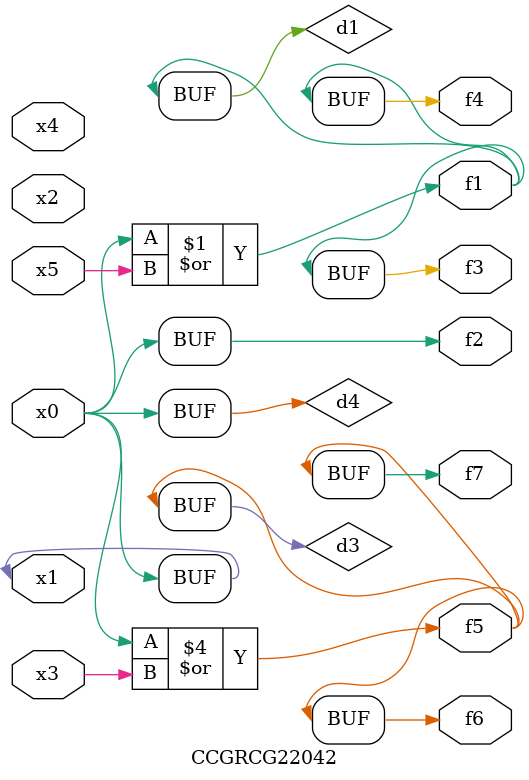
<source format=v>
module CCGRCG22042(
	input x0, x1, x2, x3, x4, x5,
	output f1, f2, f3, f4, f5, f6, f7
);

	wire d1, d2, d3, d4;

	or (d1, x0, x5);
	xnor (d2, x1, x4);
	or (d3, x0, x3);
	buf (d4, x0, x1);
	assign f1 = d1;
	assign f2 = d4;
	assign f3 = d1;
	assign f4 = d1;
	assign f5 = d3;
	assign f6 = d3;
	assign f7 = d3;
endmodule

</source>
